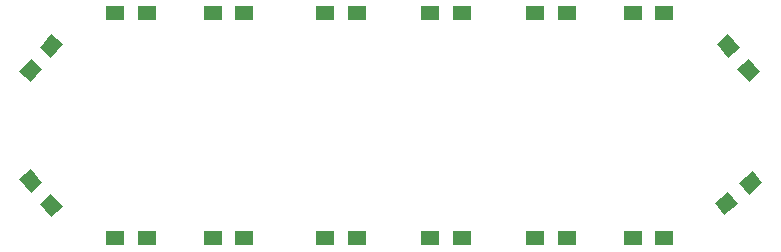
<source format=gtp>
G04 #@! TF.FileFunction,Paste,Top*
%FSLAX46Y46*%
G04 Gerber Fmt 4.6, Leading zero omitted, Abs format (unit mm)*
G04 Created by KiCad (PCBNEW 4.0.7) date 02/09/20 20:32:47*
%MOMM*%
%LPD*%
G01*
G04 APERTURE LIST*
%ADD10C,0.100000*%
%ADD11R,1.500000X1.300000*%
G04 APERTURE END LIST*
D10*
D11*
X140890000Y-116205000D03*
X143590000Y-116205000D03*
X132635000Y-116205000D03*
X135335000Y-116205000D03*
X123745000Y-116205000D03*
X126445000Y-116205000D03*
X114855000Y-116205000D03*
X117555000Y-116205000D03*
X105330000Y-116205000D03*
X108030000Y-116205000D03*
X97075000Y-116205000D03*
X99775000Y-116205000D03*
D10*
G36*
X88957217Y-111204119D02*
X89953075Y-110368495D01*
X90917257Y-111517561D01*
X89921399Y-112353185D01*
X88957217Y-111204119D01*
X88957217Y-111204119D01*
G37*
G36*
X90692743Y-113272439D02*
X91688601Y-112436815D01*
X92652783Y-113585881D01*
X91656925Y-114421505D01*
X90692743Y-113272439D01*
X90692743Y-113272439D01*
G37*
G36*
X91656925Y-98938495D02*
X92652783Y-99774119D01*
X91688601Y-100923185D01*
X90692743Y-100087561D01*
X91656925Y-98938495D01*
X91656925Y-98938495D01*
G37*
G36*
X89921399Y-101006815D02*
X90917257Y-101842439D01*
X89953075Y-102991505D01*
X88957217Y-102155881D01*
X89921399Y-101006815D01*
X89921399Y-101006815D01*
G37*
D11*
X99775000Y-97155000D03*
X97075000Y-97155000D03*
X108030000Y-97155000D03*
X105330000Y-97155000D03*
X117555000Y-97155000D03*
X114855000Y-97155000D03*
X126445000Y-97155000D03*
X123745000Y-97155000D03*
X135335000Y-97155000D03*
X132635000Y-97155000D03*
X143590000Y-97155000D03*
X140890000Y-97155000D03*
D10*
G36*
X151707783Y-102155881D02*
X150711925Y-102991505D01*
X149747743Y-101842439D01*
X150743601Y-101006815D01*
X151707783Y-102155881D01*
X151707783Y-102155881D01*
G37*
G36*
X149972257Y-100087561D02*
X148976399Y-100923185D01*
X148012217Y-99774119D01*
X149008075Y-98938495D01*
X149972257Y-100087561D01*
X149972257Y-100087561D01*
G37*
G36*
X148669119Y-114242783D02*
X147833495Y-113246925D01*
X148982561Y-112282743D01*
X149818185Y-113278601D01*
X148669119Y-114242783D01*
X148669119Y-114242783D01*
G37*
G36*
X150737439Y-112507257D02*
X149901815Y-111511399D01*
X151050881Y-110547217D01*
X151886505Y-111543075D01*
X150737439Y-112507257D01*
X150737439Y-112507257D01*
G37*
M02*

</source>
